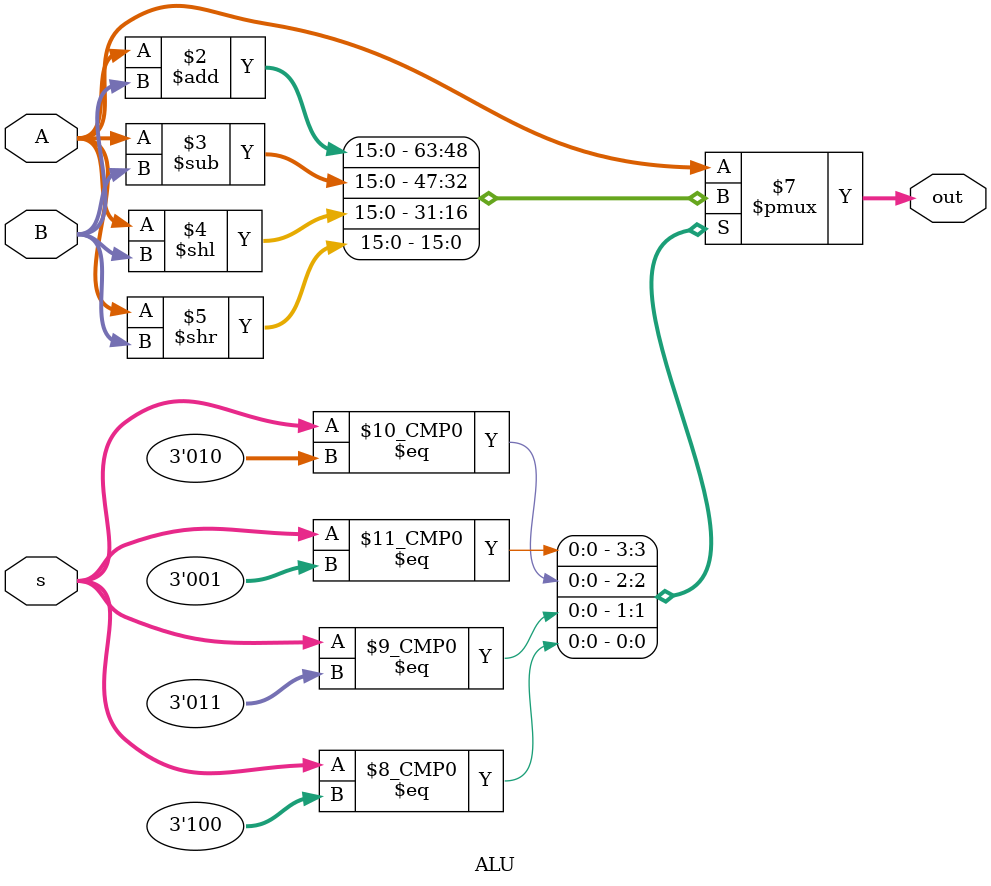
<source format=sv>
`timescale 1ns / 1ps

module ALU(
    input logic [15:0] A, //Rp_data
    input logic [15:0] B, //Rq_data
    input logic [2:0] s, //ALU_s
    output logic [15:0] out //ALU_out
    );
    
    always_comb
    begin
     case(s)
                 3'b000 : out <= A;             //0
                 3'b001 : out <= (A + B);       //1 adição
                 3'b010 : out <= (A - B);       //2 subtração
                 3'b011 : out <= (A << B);      //3 shift-left
                 3'b100 : out <= (A >> B);      //4 shift-right
                 default : out <= A;
             endcase
         end
    
    
endmodule

</source>
